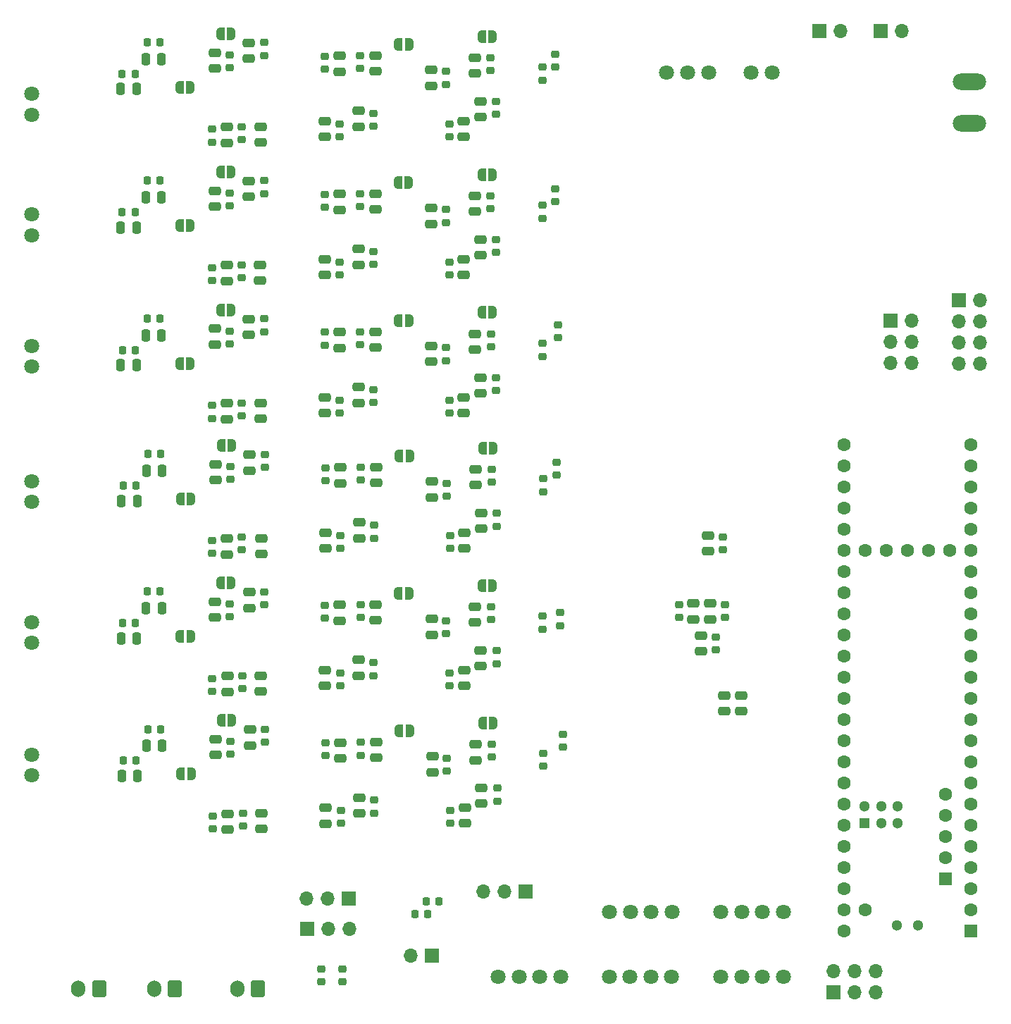
<source format=gbs>
G04 #@! TF.GenerationSoftware,KiCad,Pcbnew,8.0.3-8.0.3-0~ubuntu20.04.1*
G04 #@! TF.CreationDate,2024-09-26T03:44:41-03:00*
G04 #@! TF.ProjectId,EEG_board,4545475f-626f-4617-9264-2e6b69636164,rev?*
G04 #@! TF.SameCoordinates,Original*
G04 #@! TF.FileFunction,Soldermask,Bot*
G04 #@! TF.FilePolarity,Negative*
%FSLAX46Y46*%
G04 Gerber Fmt 4.6, Leading zero omitted, Abs format (unit mm)*
G04 Created by KiCad (PCBNEW 8.0.3-8.0.3-0~ubuntu20.04.1) date 2024-09-26 03:44:41*
%MOMM*%
%LPD*%
G01*
G04 APERTURE LIST*
G04 Aperture macros list*
%AMRoundRect*
0 Rectangle with rounded corners*
0 $1 Rounding radius*
0 $2 $3 $4 $5 $6 $7 $8 $9 X,Y pos of 4 corners*
0 Add a 4 corners polygon primitive as box body*
4,1,4,$2,$3,$4,$5,$6,$7,$8,$9,$2,$3,0*
0 Add four circle primitives for the rounded corners*
1,1,$1+$1,$2,$3*
1,1,$1+$1,$4,$5*
1,1,$1+$1,$6,$7*
1,1,$1+$1,$8,$9*
0 Add four rect primitives between the rounded corners*
20,1,$1+$1,$2,$3,$4,$5,0*
20,1,$1+$1,$4,$5,$6,$7,0*
20,1,$1+$1,$6,$7,$8,$9,0*
20,1,$1+$1,$8,$9,$2,$3,0*%
%AMFreePoly0*
4,1,19,0.500000,-0.750000,0.000000,-0.750000,0.000000,-0.744911,-0.071157,-0.744911,-0.207708,-0.704816,-0.327430,-0.627875,-0.420627,-0.520320,-0.479746,-0.390866,-0.500000,-0.250000,-0.500000,0.250000,-0.479746,0.390866,-0.420627,0.520320,-0.327430,0.627875,-0.207708,0.704816,-0.071157,0.744911,0.000000,0.744911,0.000000,0.750000,0.500000,0.750000,0.500000,-0.750000,0.500000,-0.750000,
$1*%
%AMFreePoly1*
4,1,19,0.000000,0.744911,0.071157,0.744911,0.207708,0.704816,0.327430,0.627875,0.420627,0.520320,0.479746,0.390866,0.500000,0.250000,0.500000,-0.250000,0.479746,-0.390866,0.420627,-0.520320,0.327430,-0.627875,0.207708,-0.704816,0.071157,-0.744911,0.000000,-0.744911,0.000000,-0.750000,-0.500000,-0.750000,-0.500000,0.750000,0.000000,0.750000,0.000000,0.744911,0.000000,0.744911,
$1*%
G04 Aperture macros list end*
%ADD10C,1.800000*%
%ADD11RoundRect,0.250000X0.600000X0.750000X-0.600000X0.750000X-0.600000X-0.750000X0.600000X-0.750000X0*%
%ADD12O,1.700000X2.000000*%
%ADD13R,1.700000X1.700000*%
%ADD14O,1.700000X1.700000*%
%ADD15R,1.600000X1.600000*%
%ADD16C,1.600000*%
%ADD17R,1.300000X1.300000*%
%ADD18C,1.300000*%
%ADD19O,4.000000X2.000000*%
%ADD20RoundRect,0.225000X-0.250000X0.225000X-0.250000X-0.225000X0.250000X-0.225000X0.250000X0.225000X0*%
%ADD21RoundRect,0.250000X-0.475000X0.250000X-0.475000X-0.250000X0.475000X-0.250000X0.475000X0.250000X0*%
%ADD22RoundRect,0.250000X0.475000X-0.250000X0.475000X0.250000X-0.475000X0.250000X-0.475000X-0.250000X0*%
%ADD23RoundRect,0.225000X0.250000X-0.225000X0.250000X0.225000X-0.250000X0.225000X-0.250000X-0.225000X0*%
%ADD24RoundRect,0.250000X0.250000X0.475000X-0.250000X0.475000X-0.250000X-0.475000X0.250000X-0.475000X0*%
%ADD25FreePoly0,0.000000*%
%ADD26FreePoly1,0.000000*%
%ADD27RoundRect,0.225000X0.225000X0.250000X-0.225000X0.250000X-0.225000X-0.250000X0.225000X-0.250000X0*%
%ADD28RoundRect,0.225000X-0.225000X-0.250000X0.225000X-0.250000X0.225000X0.250000X-0.225000X0.250000X0*%
G04 APERTURE END LIST*
D10*
X121540000Y-62465000D03*
X119000000Y-62465000D03*
X113920000Y-62465000D03*
X111380000Y-62465000D03*
X108840000Y-62465000D03*
D11*
X40610000Y-172500000D03*
D12*
X38110000Y-172500000D03*
D13*
X128830000Y-172980000D03*
D14*
X128830000Y-170440000D03*
X131370000Y-172980000D03*
X131370000Y-170440000D03*
X133910000Y-172980000D03*
X133910000Y-170440000D03*
D10*
X32550000Y-146880000D03*
X32550000Y-144380000D03*
X32540000Y-114030000D03*
X32540000Y-111530000D03*
D13*
X135745000Y-92295000D03*
D14*
X138285000Y-92295000D03*
X135745000Y-94835000D03*
X138285000Y-94835000D03*
X135745000Y-97375000D03*
X138285000Y-97375000D03*
D13*
X70610000Y-161690000D03*
D14*
X68070000Y-161690000D03*
X65530000Y-161690000D03*
D10*
X101920000Y-171055000D03*
X104420000Y-171055000D03*
X106920000Y-171055000D03*
X109420000Y-171055000D03*
D15*
X145410800Y-165599200D03*
D16*
X145410800Y-163059200D03*
X145410800Y-160519200D03*
X145410800Y-157979200D03*
X145410800Y-155439200D03*
X145410800Y-152899200D03*
X145410800Y-150359200D03*
X145410800Y-147819200D03*
X145410800Y-145279200D03*
X145410800Y-142739200D03*
X145410800Y-140199200D03*
X145410800Y-137659200D03*
X145410800Y-135119200D03*
X145410800Y-132579200D03*
X145410800Y-130039200D03*
X145410800Y-127499200D03*
X145410800Y-124959200D03*
X145410800Y-122419200D03*
X145410800Y-119879200D03*
X145410800Y-117339200D03*
X145410800Y-114799200D03*
X145410800Y-112259200D03*
X145410800Y-109719200D03*
X145410800Y-107179200D03*
X130170800Y-107179200D03*
X130170800Y-109719200D03*
X130170800Y-112259200D03*
X130170800Y-114799200D03*
X130170800Y-117339200D03*
X130170800Y-119879200D03*
X130170800Y-122419200D03*
X130170800Y-124959200D03*
X130170800Y-127499200D03*
X130170800Y-130039200D03*
X130170800Y-132579200D03*
X130170800Y-135119200D03*
X130170800Y-137659200D03*
X130170800Y-140199200D03*
X130170800Y-142739200D03*
X130170800Y-145279200D03*
X130170800Y-147819200D03*
X130170800Y-150359200D03*
X130170800Y-152899200D03*
X130170800Y-155439200D03*
X130170800Y-157979200D03*
X130170800Y-160519200D03*
X130170800Y-163059200D03*
X130170800Y-165599200D03*
X132710800Y-163059200D03*
X142870800Y-119879200D03*
X140330800Y-119879200D03*
X137790800Y-119879200D03*
X135250800Y-119879200D03*
X132710800Y-119879200D03*
D15*
X142360000Y-159300000D03*
D16*
X142360000Y-156760000D03*
X142360000Y-154220000D03*
X142360000Y-151680000D03*
X142360000Y-149140000D03*
D17*
X132609200Y-152629200D03*
D18*
X134609200Y-152629200D03*
X136609200Y-152629200D03*
X136609200Y-150629200D03*
X134609200Y-150629200D03*
X132609200Y-150629200D03*
X136520800Y-164869200D03*
X139060800Y-164869200D03*
D13*
X127165000Y-57500000D03*
D14*
X129705000Y-57500000D03*
D11*
X49740000Y-172500000D03*
D12*
X47240000Y-172500000D03*
D10*
X115350000Y-171055000D03*
X117850000Y-171055000D03*
X120350000Y-171055000D03*
X122850000Y-171055000D03*
D19*
X145200000Y-63580000D03*
X145200000Y-68580000D03*
D13*
X143950000Y-89840000D03*
D14*
X146490000Y-89840000D03*
X143950000Y-92380000D03*
X146490000Y-92380000D03*
X143950000Y-94920000D03*
X146490000Y-94920000D03*
X143950000Y-97460000D03*
X146490000Y-97460000D03*
D10*
X88580000Y-171055000D03*
X91080000Y-171055000D03*
X93580000Y-171055000D03*
X96080000Y-171055000D03*
D13*
X134575000Y-57500000D03*
D14*
X137115000Y-57500000D03*
D11*
X59730000Y-172500000D03*
D12*
X57230000Y-172500000D03*
D10*
X115350000Y-163295000D03*
X117850000Y-163295000D03*
X120350000Y-163295000D03*
X122850000Y-163295000D03*
D13*
X91872500Y-160809999D03*
D14*
X89332500Y-160809999D03*
X86792500Y-160809999D03*
D10*
X32550000Y-130980000D03*
X32550000Y-128480000D03*
X32550000Y-97770000D03*
X32550000Y-95270000D03*
D13*
X65590000Y-165320000D03*
D14*
X68130000Y-165320000D03*
X70670000Y-165320000D03*
D10*
X101980000Y-163330000D03*
X104480000Y-163330000D03*
X106980000Y-163330000D03*
X109480000Y-163330000D03*
X32550000Y-67510000D03*
X32550000Y-65010000D03*
X32505000Y-81990000D03*
X32505000Y-79490000D03*
D13*
X80620000Y-168530000D03*
D14*
X78080000Y-168530000D03*
D20*
X60422950Y-75455000D03*
X60422950Y-77005000D03*
D21*
X84461464Y-101453822D03*
X84461464Y-103353822D03*
D22*
X60100000Y-153340000D03*
X60100000Y-151440000D03*
X71801464Y-102133822D03*
X71801464Y-100233822D03*
D23*
X95460000Y-61815000D03*
X95460000Y-60265000D03*
X67850000Y-144515000D03*
X67850000Y-142965000D03*
X93910000Y-129330000D03*
X93910000Y-127780000D03*
D22*
X69500000Y-62350000D03*
X69500000Y-60450000D03*
D23*
X57880000Y-153005000D03*
X57880000Y-151455000D03*
D21*
X84480000Y-134240000D03*
X84480000Y-136140000D03*
D23*
X67750000Y-62025000D03*
X67750000Y-60475000D03*
D22*
X71900000Y-151440000D03*
X71900000Y-149540000D03*
D24*
X45212928Y-113905000D03*
X43312928Y-113905000D03*
D23*
X88345000Y-84085000D03*
X88345000Y-82535000D03*
D22*
X86435000Y-84400000D03*
X86435000Y-82500000D03*
X71795000Y-85550000D03*
X71795000Y-83650000D03*
D25*
X76555000Y-75680000D03*
D26*
X77855000Y-75680000D03*
D23*
X57780000Y-70515000D03*
X57780000Y-68965000D03*
D22*
X54587928Y-111410000D03*
X54587928Y-109510000D03*
D20*
X87767928Y-110115000D03*
X87767928Y-111665000D03*
D24*
X48212928Y-110305000D03*
X46312928Y-110305000D03*
D23*
X67770000Y-127995000D03*
X67770000Y-126445000D03*
X57790000Y-119795000D03*
X57790000Y-118245000D03*
D20*
X69637928Y-118075000D03*
X69637928Y-119625000D03*
D24*
X48145000Y-126815000D03*
X46245000Y-126815000D03*
D22*
X86527928Y-117260000D03*
X86527928Y-115360000D03*
D21*
X117790000Y-137290000D03*
X117790000Y-139190000D03*
D24*
X45225000Y-146935000D03*
X43325000Y-146935000D03*
D22*
X54501464Y-95133822D03*
X54501464Y-93233822D03*
D25*
X50320000Y-130220000D03*
D26*
X51620000Y-130220000D03*
D25*
X50387928Y-113710000D03*
D26*
X51687928Y-113710000D03*
D27*
X44950000Y-62645000D03*
X43400000Y-62645000D03*
D21*
X67755000Y-84890000D03*
X67755000Y-86790000D03*
D24*
X48225000Y-143335000D03*
X46325000Y-143335000D03*
D22*
X71820000Y-134920000D03*
X71820000Y-133020000D03*
D23*
X82281464Y-97058822D03*
X82281464Y-95508822D03*
D22*
X58627950Y-60800000D03*
X58627950Y-58900000D03*
D21*
X112970000Y-130070000D03*
X112970000Y-131970000D03*
D22*
X54520000Y-127920000D03*
X54520000Y-126020000D03*
X86460000Y-133770000D03*
X86460000Y-131870000D03*
D23*
X72001464Y-95158822D03*
X72001464Y-93608822D03*
X54170000Y-120245000D03*
X54170000Y-118695000D03*
D22*
X60000000Y-70850000D03*
X60000000Y-68950000D03*
D21*
X84560000Y-150760000D03*
X84560000Y-152660000D03*
D22*
X60001464Y-104033822D03*
X60001464Y-102133822D03*
X69587928Y-111810000D03*
X69587928Y-109910000D03*
D20*
X60427950Y-58855000D03*
X60427950Y-60405000D03*
D21*
X85780000Y-126640000D03*
X85780000Y-128540000D03*
D23*
X56387928Y-111335000D03*
X56387928Y-109785000D03*
D27*
X45037928Y-112105000D03*
X43487928Y-112105000D03*
D23*
X82280000Y-63875000D03*
X82280000Y-62325000D03*
X72100000Y-144465000D03*
X72100000Y-142915000D03*
D20*
X110290000Y-126355000D03*
X110290000Y-127905000D03*
D23*
X73570000Y-134895000D03*
X73570000Y-133345000D03*
X67751464Y-95208822D03*
X67751464Y-93658822D03*
D20*
X95990000Y-127355000D03*
X95990000Y-128905000D03*
X95760000Y-92765000D03*
X95760000Y-94315000D03*
D27*
X47926464Y-92028822D03*
X46376464Y-92028822D03*
D22*
X60087928Y-120310000D03*
X60087928Y-118410000D03*
D23*
X71995000Y-78575000D03*
X71995000Y-77025000D03*
X93977928Y-112820000D03*
X93977928Y-111270000D03*
D21*
X84547928Y-117730000D03*
X84547928Y-119630000D03*
D27*
X44945000Y-79245000D03*
X43395000Y-79245000D03*
D22*
X71887928Y-118410000D03*
X71887928Y-116510000D03*
D25*
X86700000Y-140590000D03*
D26*
X88000000Y-140590000D03*
D23*
X56300000Y-61875000D03*
X56300000Y-60325000D03*
D20*
X87780000Y-143145000D03*
X87780000Y-144695000D03*
D23*
X88370000Y-133455000D03*
X88370000Y-131905000D03*
D25*
X76647928Y-108540000D03*
D26*
X77947928Y-108540000D03*
D21*
X84455000Y-84870000D03*
X84455000Y-86770000D03*
D24*
X45126464Y-97628822D03*
X43226464Y-97628822D03*
D20*
X69545000Y-85215000D03*
X69545000Y-86765000D03*
D23*
X82367928Y-113335000D03*
X82367928Y-111785000D03*
X57800000Y-136485000D03*
X57800000Y-134935000D03*
X54300000Y-153315000D03*
X54300000Y-151765000D03*
D20*
X69857500Y-170115000D03*
X69857500Y-171665000D03*
D27*
X44970000Y-128615000D03*
X43420000Y-128615000D03*
D20*
X82807928Y-118085000D03*
X82807928Y-119635000D03*
D23*
X67745000Y-78625000D03*
X67745000Y-77075000D03*
D20*
X95570000Y-109245000D03*
X95570000Y-110795000D03*
D23*
X93885000Y-79960000D03*
X93885000Y-78410000D03*
X56320000Y-127845000D03*
X56320000Y-126295000D03*
D20*
X87680000Y-60655000D03*
X87680000Y-62205000D03*
X87681464Y-93838822D03*
X87681464Y-95388822D03*
D22*
X73851464Y-95483822D03*
X73851464Y-93583822D03*
D23*
X72020000Y-127945000D03*
X72020000Y-126395000D03*
X57781464Y-103698822D03*
X57781464Y-102148822D03*
D22*
X73950000Y-144790000D03*
X73950000Y-142890000D03*
D20*
X60429414Y-92038822D03*
X60429414Y-93588822D03*
D22*
X55940000Y-120350000D03*
X55940000Y-118450000D03*
D23*
X88437928Y-116945000D03*
X88437928Y-115395000D03*
X67837928Y-111485000D03*
X67837928Y-109935000D03*
D20*
X82740000Y-134595000D03*
X82740000Y-136145000D03*
X95460000Y-76395000D03*
X95460000Y-77945000D03*
D23*
X88450000Y-149975000D03*
X88450000Y-148425000D03*
X82300000Y-129845000D03*
X82300000Y-128295000D03*
D22*
X80560000Y-64030000D03*
X80560000Y-62130000D03*
D23*
X73650000Y-151415000D03*
X73650000Y-149865000D03*
D22*
X58727950Y-143290000D03*
X58727950Y-141390000D03*
X86540000Y-150290000D03*
X86540000Y-148390000D03*
D20*
X67347500Y-170115000D03*
X67347500Y-171665000D03*
D21*
X67761464Y-101473822D03*
X67761464Y-103373822D03*
D27*
X80120000Y-163560000D03*
X78570000Y-163560000D03*
D24*
X45145000Y-130415000D03*
X43245000Y-130415000D03*
D25*
X50301464Y-97433822D03*
D26*
X51601464Y-97433822D03*
D21*
X85847928Y-110130000D03*
X85847928Y-112030000D03*
D22*
X55995000Y-87500000D03*
X55995000Y-85600000D03*
D20*
X87700000Y-126625000D03*
X87700000Y-128175000D03*
D21*
X67760000Y-68290000D03*
X67760000Y-70190000D03*
D20*
X60515878Y-108315000D03*
X60515878Y-109865000D03*
D25*
X55300000Y-140290000D03*
D26*
X56600000Y-140290000D03*
D20*
X69551464Y-101798822D03*
X69551464Y-103348822D03*
X69550000Y-68615000D03*
X69550000Y-70165000D03*
D28*
X79900000Y-162060000D03*
X81450000Y-162060000D03*
D20*
X96400000Y-141965000D03*
X96400000Y-143515000D03*
D21*
X115780000Y-137290000D03*
X115780000Y-139190000D03*
D23*
X54201464Y-104008822D03*
X54201464Y-102458822D03*
D20*
X82820000Y-151115000D03*
X82820000Y-152665000D03*
X82720000Y-68625000D03*
X82720000Y-70175000D03*
D23*
X82380000Y-146365000D03*
X82380000Y-144815000D03*
D25*
X76560000Y-59080000D03*
D26*
X77860000Y-59080000D03*
D25*
X55287928Y-107260000D03*
D26*
X56587928Y-107260000D03*
D22*
X69495000Y-78950000D03*
X69495000Y-77050000D03*
D23*
X56295000Y-78475000D03*
X56295000Y-76925000D03*
D22*
X73937928Y-111760000D03*
X73937928Y-109860000D03*
D23*
X72000000Y-61975000D03*
X72000000Y-60425000D03*
D20*
X114770000Y-130255000D03*
X114770000Y-131805000D03*
D27*
X47920000Y-75445000D03*
X46370000Y-75445000D03*
X47945000Y-124815000D03*
X46395000Y-124815000D03*
D20*
X82715000Y-85225000D03*
X82715000Y-86775000D03*
D24*
X48120000Y-77445000D03*
X46220000Y-77445000D03*
D23*
X115610000Y-119765000D03*
X115610000Y-118215000D03*
X88351464Y-100668822D03*
X88351464Y-99118822D03*
D25*
X76660000Y-141570000D03*
D26*
X77960000Y-141570000D03*
D23*
X73637928Y-118385000D03*
X73637928Y-116835000D03*
X88350000Y-67485000D03*
X88350000Y-65935000D03*
D22*
X80647928Y-113490000D03*
X80647928Y-111590000D03*
X86440000Y-67800000D03*
X86440000Y-65900000D03*
D27*
X48012928Y-108305000D03*
X46462928Y-108305000D03*
D25*
X55220000Y-123770000D03*
D26*
X56520000Y-123770000D03*
D20*
X115860000Y-126395000D03*
X115860000Y-127945000D03*
D21*
X67780000Y-134260000D03*
X67780000Y-136160000D03*
D23*
X73551464Y-102108822D03*
X73551464Y-100558822D03*
X54195000Y-87425000D03*
X54195000Y-85875000D03*
D22*
X80561464Y-97213822D03*
X80561464Y-95313822D03*
D23*
X94020000Y-145775000D03*
X94020000Y-144225000D03*
D22*
X80660000Y-146520000D03*
X80660000Y-144620000D03*
X69520000Y-128320000D03*
X69520000Y-126420000D03*
X73850000Y-62300000D03*
X73850000Y-60400000D03*
D20*
X69650000Y-151105000D03*
X69650000Y-152655000D03*
D25*
X50400000Y-146740000D03*
D26*
X51700000Y-146740000D03*
D24*
X45125000Y-64445000D03*
X43225000Y-64445000D03*
D21*
X85761464Y-93853822D03*
X85761464Y-95753822D03*
D27*
X45050000Y-145135000D03*
X43500000Y-145135000D03*
D25*
X76580000Y-125050000D03*
D26*
X77880000Y-125050000D03*
D23*
X93890000Y-63360000D03*
X93890000Y-61810000D03*
D25*
X50295000Y-80850000D03*
D26*
X51595000Y-80850000D03*
D24*
X48126464Y-94028822D03*
X46226464Y-94028822D03*
D22*
X80580000Y-130000000D03*
X80580000Y-128100000D03*
D23*
X54200000Y-70825000D03*
X54200000Y-69275000D03*
D21*
X85755000Y-77270000D03*
X85755000Y-79170000D03*
D20*
X60527950Y-141345000D03*
X60527950Y-142895000D03*
D24*
X48125000Y-60845000D03*
X46225000Y-60845000D03*
D22*
X54500000Y-61950000D03*
X54500000Y-60050000D03*
D24*
X45120000Y-81045000D03*
X43220000Y-81045000D03*
D25*
X55195000Y-74400000D03*
D26*
X56495000Y-74400000D03*
D20*
X69570000Y-134585000D03*
X69570000Y-136135000D03*
D22*
X80555000Y-80630000D03*
X80555000Y-78730000D03*
D23*
X73545000Y-85525000D03*
X73545000Y-83975000D03*
X54220000Y-136795000D03*
X54220000Y-135245000D03*
D22*
X59995000Y-87450000D03*
X59995000Y-85550000D03*
D25*
X86687928Y-107560000D03*
D26*
X87987928Y-107560000D03*
D25*
X86600000Y-58100000D03*
D26*
X87900000Y-58100000D03*
D22*
X56020000Y-136870000D03*
X56020000Y-134970000D03*
D21*
X67847928Y-117750000D03*
X67847928Y-119650000D03*
D23*
X72087928Y-111435000D03*
X72087928Y-109885000D03*
D25*
X55201464Y-90983822D03*
D26*
X56501464Y-90983822D03*
D27*
X44951464Y-95828822D03*
X43401464Y-95828822D03*
D22*
X69600000Y-144840000D03*
X69600000Y-142940000D03*
D21*
X114050000Y-126250000D03*
X114050000Y-128150000D03*
D22*
X73845000Y-78900000D03*
X73845000Y-77000000D03*
D23*
X82275000Y-80475000D03*
X82275000Y-78925000D03*
D22*
X73870000Y-128270000D03*
X73870000Y-126370000D03*
X58715878Y-110260000D03*
X58715878Y-108360000D03*
X113780000Y-119960000D03*
X113780000Y-118060000D03*
X54495000Y-78550000D03*
X54495000Y-76650000D03*
D20*
X60447950Y-124825000D03*
X60447950Y-126375000D03*
D21*
X112030000Y-126230000D03*
X112030000Y-128130000D03*
D22*
X58629414Y-93983822D03*
X58629414Y-92083822D03*
D27*
X48025000Y-141335000D03*
X46475000Y-141335000D03*
D25*
X86620000Y-124070000D03*
D26*
X87920000Y-124070000D03*
D23*
X93891464Y-96543822D03*
X93891464Y-94993822D03*
X73550000Y-68925000D03*
X73550000Y-67375000D03*
D25*
X55200000Y-57800000D03*
D26*
X56500000Y-57800000D03*
D20*
X82721464Y-101808822D03*
X82721464Y-103358822D03*
D23*
X56301464Y-95058822D03*
X56301464Y-93508822D03*
D20*
X87675000Y-77255000D03*
X87675000Y-78805000D03*
D22*
X71800000Y-68950000D03*
X71800000Y-67050000D03*
D25*
X76561464Y-92263822D03*
D26*
X77861464Y-92263822D03*
D22*
X58622950Y-77400000D03*
X58622950Y-75500000D03*
D23*
X57775000Y-87115000D03*
X57775000Y-85565000D03*
X56400000Y-144365000D03*
X56400000Y-142815000D03*
D22*
X58647950Y-126770000D03*
X58647950Y-124870000D03*
D21*
X85760000Y-60670000D03*
X85760000Y-62570000D03*
D25*
X86601464Y-91283822D03*
D26*
X87901464Y-91283822D03*
D27*
X47925000Y-58845000D03*
X46375000Y-58845000D03*
D22*
X86441464Y-100983822D03*
X86441464Y-99083822D03*
D21*
X67860000Y-150780000D03*
X67860000Y-152680000D03*
D22*
X56001464Y-104083822D03*
X56001464Y-102183822D03*
D25*
X86595000Y-74700000D03*
D26*
X87895000Y-74700000D03*
D22*
X54600000Y-144440000D03*
X54600000Y-142540000D03*
D21*
X84460000Y-68270000D03*
X84460000Y-70170000D03*
D22*
X69501464Y-95533822D03*
X69501464Y-93633822D03*
D25*
X50300000Y-64250000D03*
D26*
X51600000Y-64250000D03*
D22*
X56000000Y-70900000D03*
X56000000Y-69000000D03*
X60020000Y-136820000D03*
X60020000Y-134920000D03*
X56100000Y-153390000D03*
X56100000Y-151490000D03*
D21*
X85860000Y-143160000D03*
X85860000Y-145060000D03*
M02*

</source>
